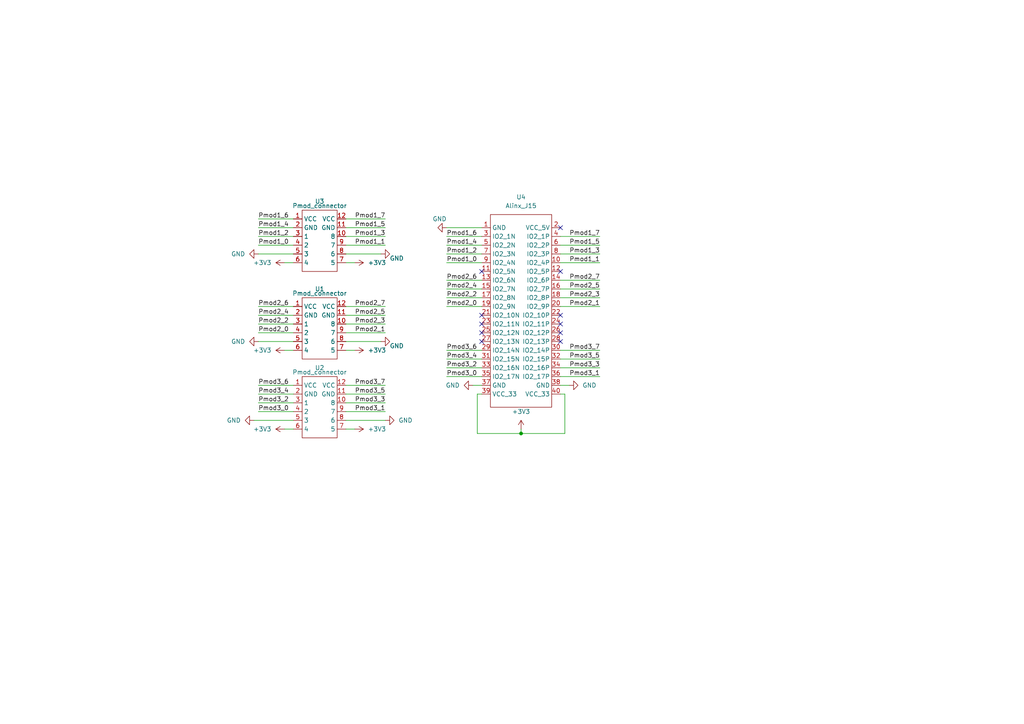
<source format=kicad_sch>
(kicad_sch (version 20211123) (generator eeschema)
  (paper "A4")
  (lib_symbols
    (symbol "Alinx:Alinx_J15"
      (property "Reference" "U" (at 1.27 -33.02 0))
      (property "Value" "Alinx_J15" (at -1.27 -35.56 0))
      (symbol "Alinx_J15_0_1"
        (rectangle (start -8.89 25.4) (end 8.89 -30.48))
      )
      (symbol "Alinx_J15_1_1"
        (pin power_in line (at -11.43 21.59 0) (length 2.54) (name "GND") (number "1"))
        (pin bidirectional line (at 11.43 11.43 180) (length 2.54) (name "IO2_4P") (number "10"))
        (pin bidirectional line (at -11.43 8.89 0) (length 2.54) (name "IO2_5N") (number "11"))
        (pin bidirectional line (at 11.43 8.89 180) (length 2.54) (name "IO2_5P") (number "12"))
        (pin bidirectional line (at -11.43 6.35 0) (length 2.54) (name "IO2_6N") (number "13"))
        (pin bidirectional line (at 11.43 6.35 180) (length 2.54) (name "IO2_6P") (number "14"))
        (pin bidirectional line (at -11.43 3.81 0) (length 2.54) (name "IO2_7N") (number "15"))
        (pin bidirectional line (at 11.43 3.81 180) (length 2.54) (name "IO2_7P") (number "16"))
        (pin bidirectional line (at -11.43 1.27 0) (length 2.54) (name "IO2_8N") (number "17"))
        (pin bidirectional line (at 11.43 1.27 180) (length 2.54) (name "IO2_8P") (number "18"))
        (pin bidirectional line (at -11.43 -1.27 0) (length 2.54) (name "IO2_9N") (number "19"))
        (pin power_in line (at 11.43 21.59 180) (length 2.54) (name "VCC_5V") (number "2"))
        (pin bidirectional line (at 11.43 -1.27 180) (length 2.54) (name "IO2_9P") (number "20"))
        (pin bidirectional line (at -11.43 -3.81 0) (length 2.54) (name "IO2_10N") (number "21"))
        (pin bidirectional line (at 11.43 -3.81 180) (length 2.54) (name "IO2_10P") (number "22"))
        (pin bidirectional line (at -11.43 -6.35 0) (length 2.54) (name "IO2_11N") (number "23"))
        (pin bidirectional line (at 11.43 -6.35 180) (length 2.54) (name "IO2_11P") (number "24"))
        (pin bidirectional line (at -11.43 -8.89 0) (length 2.54) (name "IO2_12N") (number "25"))
        (pin bidirectional line (at 11.43 -8.89 180) (length 2.54) (name "IO2_12P") (number "26"))
        (pin bidirectional line (at -11.43 -11.43 0) (length 2.54) (name "IO2_13N") (number "27"))
        (pin bidirectional line (at 11.43 -11.43 180) (length 2.54) (name "IO2_13P") (number "28"))
        (pin bidirectional line (at -11.43 -13.97 0) (length 2.54) (name "IO2_14N") (number "29"))
        (pin bidirectional line (at -11.43 19.05 0) (length 2.54) (name "IO2_1N") (number "3"))
        (pin bidirectional line (at 11.43 -13.97 180) (length 2.54) (name "IO2_14P") (number "30"))
        (pin bidirectional line (at -11.43 -16.51 0) (length 2.54) (name "IO2_15N") (number "31"))
        (pin bidirectional line (at 11.43 -16.51 180) (length 2.54) (name "IO2_15P") (number "32"))
        (pin bidirectional line (at -11.43 -19.05 0) (length 2.54) (name "IO2_16N") (number "33"))
        (pin bidirectional line (at 11.43 -19.05 180) (length 2.54) (name "IO2_16P") (number "34"))
        (pin bidirectional line (at -11.43 -21.59 0) (length 2.54) (name "IO2_17N") (number "35"))
        (pin bidirectional line (at 11.43 -21.59 180) (length 2.54) (name "IO2_17P") (number "36"))
        (pin power_in line (at -11.43 -24.13 0) (length 2.54) (name "GND") (number "37"))
        (pin power_in line (at 11.43 -24.13 180) (length 2.54) (name "GND") (number "38"))
        (pin power_in line (at -11.43 -26.67 0) (length 2.54) (name "VCC_33") (number "39"))
        (pin bidirectional line (at 11.43 19.05 180) (length 2.54) (name "IO2_1P") (number "4"))
        (pin power_in line (at 11.43 -26.67 180) (length 2.54) (name "VCC_33") (number "40"))
        (pin bidirectional line (at -11.43 16.51 0) (length 2.54) (name "IO2_2N") (number "5"))
        (pin bidirectional line (at 11.43 16.51 180) (length 2.54) (name "IO2_2P") (number "6"))
        (pin bidirectional line (at -11.43 13.97 0) (length 2.54) (name "IO2_3N") (number "7"))
        (pin bidirectional line (at 11.43 13.97 180) (length 2.54) (name "IO2_3P") (number "8"))
        (pin bidirectional line (at -11.43 11.43 0) (length 2.54) (name "IO2_4N") (number "9"))
      )
    )
    (symbol "Pmod:Pmod_connector"
      (property "Reference" "U" (at -5.08 13.97 0))
      (property "Value" "Pmod_connector" (at 0 -6.35 0))
      (symbol "Pmod_connector_0_1"
        (rectangle (start -5.08 12.7) (end 5.08 -5.08))
      )
      (symbol "Pmod_connector_1_1"
        (pin power_in line (at -7.62 10.16 0) (length 2.54) (name "VCC") (number "1"))
        (pin bidirectional line (at 7.62 5.08 180) (length 2.54) (name "8") (number "10"))
        (pin power_in line (at 7.62 7.62 180) (length 2.54) (name "GND") (number "11"))
        (pin power_in line (at 7.62 10.16 180) (length 2.54) (name "VCC") (number "12"))
        (pin power_in line (at -7.62 7.62 0) (length 2.54) (name "GND") (number "2"))
        (pin bidirectional line (at -7.62 5.08 0) (length 2.54) (name "1") (number "3"))
        (pin bidirectional line (at -7.62 2.54 0) (length 2.54) (name "2") (number "4"))
        (pin bidirectional line (at -7.62 0 0) (length 2.54) (name "3") (number "5"))
        (pin bidirectional line (at -7.62 -2.54 0) (length 2.54) (name "4") (number "6"))
        (pin bidirectional line (at 7.62 -2.54 180) (length 2.54) (name "5") (number "7"))
        (pin bidirectional line (at 7.62 0 180) (length 2.54) (name "6") (number "8"))
        (pin bidirectional line (at 7.62 2.54 180) (length 2.54) (name "7") (number "9"))
      )
    )
    (symbol "Pmod_connector_1"
      (property "Reference" "U" (at -5.08 13.97 0))
      (property "Value" "Pmod_connector_1" (at 0 -6.35 0))
      (symbol "Pmod_connector_1_0_1"
        (rectangle (start -5.08 12.7) (end 5.08 -5.08))
      )
      (symbol "Pmod_connector_1_1_1"
        (pin power_in line (at -7.62 10.16 0) (length 2.54) (name "VCC") (number "1"))
        (pin bidirectional line (at 7.62 5.08 180) (length 2.54) (name "8") (number "10"))
        (pin power_in line (at 7.62 7.62 180) (length 2.54) (name "GND") (number "11"))
        (pin power_in line (at 7.62 10.16 180) (length 2.54) (name "VCC") (number "12"))
        (pin power_in line (at -7.62 7.62 0) (length 2.54) (name "GND") (number "2"))
        (pin bidirectional line (at -7.62 5.08 0) (length 2.54) (name "1") (number "3"))
        (pin bidirectional line (at -7.62 2.54 0) (length 2.54) (name "2") (number "4"))
        (pin bidirectional line (at -7.62 0 0) (length 2.54) (name "3") (number "5"))
        (pin bidirectional line (at -7.62 -2.54 0) (length 2.54) (name "4") (number "6"))
        (pin bidirectional line (at 7.62 -2.54 180) (length 2.54) (name "5") (number "7"))
        (pin bidirectional line (at 7.62 0 180) (length 2.54) (name "6") (number "8"))
        (pin bidirectional line (at 7.62 2.54 180) (length 2.54) (name "7") (number "9"))
      )
    )
    (symbol "Pmod_connector_2"
      (property "Reference" "U" (at -5.08 13.97 0))
      (property "Value" "Pmod_connector_2" (at 0 -6.35 0))
      (symbol "Pmod_connector_2_0_1"
        (rectangle (start -5.08 12.7) (end 5.08 -5.08))
      )
      (symbol "Pmod_connector_2_1_1"
        (pin power_in line (at -7.62 10.16 0) (length 2.54) (name "VCC") (number "1"))
        (pin bidirectional line (at 7.62 5.08 180) (length 2.54) (name "8") (number "10"))
        (pin power_in line (at 7.62 7.62 180) (length 2.54) (name "GND") (number "11"))
        (pin power_in line (at 7.62 10.16 180) (length 2.54) (name "VCC") (number "12"))
        (pin power_in line (at -7.62 7.62 0) (length 2.54) (name "GND") (number "2"))
        (pin bidirectional line (at -7.62 5.08 0) (length 2.54) (name "1") (number "3"))
        (pin bidirectional line (at -7.62 2.54 0) (length 2.54) (name "2") (number "4"))
        (pin bidirectional line (at -7.62 0 0) (length 2.54) (name "3") (number "5"))
        (pin bidirectional line (at -7.62 -2.54 0) (length 2.54) (name "4") (number "6"))
        (pin bidirectional line (at 7.62 -2.54 180) (length 2.54) (name "5") (number "7"))
        (pin bidirectional line (at 7.62 0 180) (length 2.54) (name "6") (number "8"))
        (pin bidirectional line (at 7.62 2.54 180) (length 2.54) (name "7") (number "9"))
      )
    )
    (symbol "power:+3V3" (power) (pin_names (offset 0))
      (property "Value" "+3V3" (at 0 3.556 0))
      (symbol "+3V3_0_1"
        (polyline (pts (xy -0.762 1.27) (xy 0 2.54)))
        (polyline (pts (xy 0 0) (xy 0 2.54)))
        (polyline (pts (xy 0 2.54) (xy 0.762 1.27)))
      )
      (symbol "+3V3_1_1"
        (pin power_in line (at 0 0 90) (length 0) hide (name "+3V3") (number "1"))
      )
    )
    (symbol "power:GND" (power) (pin_names (offset 0))
      (property "Value" "GND" (at 0 -3.81 0))
      (symbol "GND_0_1"
        (polyline (pts (xy 0 0) (xy 0 -1.27) (xy 1.27 -1.27) (xy 0 -2.54) (xy -1.27 -1.27) (xy 0 -1.27)))
      )
      (symbol "GND_1_1"
        (pin power_in line (at 0 0 270) (length 0) hide (name "GND") (number "1"))
      )
    )
  )
  (junction (at 151.13 125.73))
  (no_connect (at 162.56 66.04))
  (no_connect (at 139.7 93.98))
  (no_connect (at 139.7 96.52))
  (no_connect (at 139.7 99.06))
  (no_connect (at 162.56 93.98))
  (no_connect (at 162.56 96.52))
  (no_connect (at 162.56 99.06))
  (no_connect (at 162.56 78.74))
  (no_connect (at 139.7 78.74))
  (no_connect (at 139.7 91.44))
  (no_connect (at 162.56 91.44))
  (wire (pts (xy 74.93 66.04) (xy 85.09 66.04)))
  (wire (pts (xy 100.33 121.92) (xy 111.76 121.92)))
  (wire (pts (xy 102.87 101.6) (xy 100.33 101.6)))
  (wire (pts (xy 74.93 68.58) (xy 85.09 68.58)))
  (wire (pts (xy 162.56 76.2) (xy 173.99 76.2)))
  (wire (pts (xy 162.56 88.9) (xy 173.99 88.9)))
  (wire (pts (xy 74.93 88.9) (xy 85.09 88.9)))
  (wire (pts (xy 129.54 73.66) (xy 139.7 73.66)))
  (wire (pts (xy 100.33 114.3) (xy 111.76 114.3)))
  (wire (pts (xy 74.93 116.84) (xy 85.09 116.84)))
  (wire (pts (xy 102.87 76.2) (xy 100.33 76.2)))
  (wire (pts (xy 138.43 125.73) (xy 151.13 125.73)))
  (wire (pts (xy 100.33 68.58) (xy 111.76 68.58)))
  (wire (pts (xy 163.83 125.73) (xy 163.83 114.3)))
  (wire (pts (xy 162.56 83.82) (xy 173.99 83.82)))
  (wire (pts (xy 162.56 73.66) (xy 173.99 73.66)))
  (wire (pts (xy 85.09 73.66) (xy 74.93 73.66)))
  (wire (pts (xy 129.54 81.28) (xy 139.7 81.28)))
  (wire (pts (xy 129.54 88.9) (xy 139.7 88.9)))
  (wire (pts (xy 129.54 68.58) (xy 139.7 68.58)))
  (wire (pts (xy 162.56 86.36) (xy 173.99 86.36)))
  (wire (pts (xy 82.55 76.2) (xy 85.09 76.2)))
  (wire (pts (xy 85.09 121.92) (xy 73.66 121.92)))
  (wire (pts (xy 129.54 109.22) (xy 139.7 109.22)))
  (wire (pts (xy 129.54 86.36) (xy 139.7 86.36)))
  (wire (pts (xy 162.56 68.58) (xy 173.99 68.58)))
  (wire (pts (xy 100.33 88.9) (xy 111.76 88.9)))
  (wire (pts (xy 74.93 96.52) (xy 85.09 96.52)))
  (wire (pts (xy 162.56 111.76) (xy 165.1 111.76)))
  (wire (pts (xy 100.33 119.38) (xy 111.76 119.38)))
  (wire (pts (xy 100.33 71.12) (xy 111.76 71.12)))
  (wire (pts (xy 138.43 114.3) (xy 138.43 125.73)))
  (wire (pts (xy 74.93 111.76) (xy 85.09 111.76)))
  (wire (pts (xy 100.33 99.06) (xy 110.49 99.06)))
  (wire (pts (xy 129.54 104.14) (xy 139.7 104.14)))
  (wire (pts (xy 74.93 91.44) (xy 85.09 91.44)))
  (wire (pts (xy 162.56 109.22) (xy 173.99 109.22)))
  (wire (pts (xy 82.55 101.6) (xy 85.09 101.6)))
  (wire (pts (xy 139.7 66.04) (xy 129.54 66.04)))
  (wire (pts (xy 162.56 81.28) (xy 173.99 81.28)))
  (wire (pts (xy 129.54 71.12) (xy 139.7 71.12)))
  (wire (pts (xy 162.56 71.12) (xy 173.99 71.12)))
  (wire (pts (xy 74.93 119.38) (xy 85.09 119.38)))
  (wire (pts (xy 100.33 116.84) (xy 111.76 116.84)))
  (wire (pts (xy 162.56 106.68) (xy 173.99 106.68)))
  (wire (pts (xy 138.43 114.3) (xy 139.7 114.3)))
  (wire (pts (xy 163.83 114.3) (xy 162.56 114.3)))
  (wire (pts (xy 74.93 93.98) (xy 85.09 93.98)))
  (wire (pts (xy 151.13 125.73) (xy 151.13 124.46)))
  (wire (pts (xy 74.93 63.5) (xy 85.09 63.5)))
  (wire (pts (xy 162.56 104.14) (xy 173.99 104.14)))
  (wire (pts (xy 82.55 124.46) (xy 85.09 124.46)))
  (wire (pts (xy 162.56 101.6) (xy 173.99 101.6)))
  (wire (pts (xy 129.54 76.2) (xy 139.7 76.2)))
  (wire (pts (xy 100.33 66.04) (xy 111.76 66.04)))
  (wire (pts (xy 100.33 96.52) (xy 111.76 96.52)))
  (wire (pts (xy 85.09 99.06) (xy 74.93 99.06)))
  (wire (pts (xy 129.54 83.82) (xy 139.7 83.82)))
  (wire (pts (xy 129.54 101.6) (xy 139.7 101.6)))
  (wire (pts (xy 102.87 124.46) (xy 100.33 124.46)))
  (wire (pts (xy 139.7 111.76) (xy 137.16 111.76)))
  (wire (pts (xy 100.33 91.44) (xy 111.76 91.44)))
  (wire (pts (xy 100.33 93.98) (xy 111.76 93.98)))
  (wire (pts (xy 74.93 114.3) (xy 85.09 114.3)))
  (wire (pts (xy 129.54 106.68) (xy 139.7 106.68)))
  (wire (pts (xy 100.33 73.66) (xy 110.49 73.66)))
  (wire (pts (xy 74.93 71.12) (xy 85.09 71.12)))
  (wire (pts (xy 151.13 125.73) (xy 163.83 125.73)))
  (wire (pts (xy 100.33 63.5) (xy 111.76 63.5)))
  (wire (pts (xy 100.33 111.76) (xy 111.76 111.76)))
  (label "Pmod2_5" (at 173.99 83.82 180))
  (label "Pmod1_1" (at 111.76 71.12 180))
  (label "Pmod2_2" (at 129.54 86.36 0))
  (label "Pmod2_7" (at 111.76 88.9 180))
  (label "Pmod3_6" (at 129.54 101.6 0))
  (label "Pmod3_0" (at 74.93 119.38 0))
  (label "Pmod1_4" (at 74.93 66.04 0))
  (label "Pmod1_6" (at 74.93 63.5 0))
  (label "Pmod1_5" (at 111.76 66.04 180))
  (label "Pmod1_0" (at 74.93 71.12 0))
  (label "Pmod1_7" (at 111.76 63.5 180))
  (label "Pmod2_0" (at 129.54 88.9 0))
  (label "Pmod1_2" (at 129.54 73.66 0))
  (label "Pmod1_7" (at 173.99 68.58 180))
  (label "Pmod3_4" (at 74.93 114.3 0))
  (label "Pmod3_3" (at 111.76 116.84 180))
  (label "Pmod2_4" (at 129.54 83.82 0))
  (label "Pmod3_5" (at 173.99 104.14 180))
  (label "Pmod1_4" (at 129.54 71.12 0))
  (label "Pmod1_2" (at 74.93 68.58 0))
  (label "Pmod3_3" (at 173.99 106.68 180))
  (label "Pmod3_6" (at 74.93 111.76 0))
  (label "Pmod3_5" (at 111.76 114.3 180))
  (label "Pmod2_2" (at 74.93 93.98 0))
  (label "Pmod2_4" (at 74.93 91.44 0))
  (label "Pmod2_6" (at 129.54 81.28 0))
  (label "Pmod1_6" (at 129.54 68.58 0))
  (label "Pmod3_2" (at 129.54 106.68 0))
  (label "Pmod2_7" (at 173.99 81.28 180))
  (label "Pmod3_7" (at 111.76 111.76 180))
  (label "Pmod3_1" (at 173.99 109.22 180))
  (label "Pmod2_3" (at 173.99 86.36 180))
  (label "Pmod1_3" (at 173.99 73.66 180))
  (label "Pmod2_1" (at 173.99 88.9 180))
  (label "Pmod3_7" (at 173.99 101.6 180))
  (label "Pmod2_6" (at 74.93 88.9 0))
  (label "Pmod1_3" (at 111.76 68.58 180))
  (label "Pmod2_1" (at 111.76 96.52 180))
  (label "Pmod1_0" (at 129.54 76.2 0))
  (label "Pmod3_0" (at 129.54 109.22 0))
  (label "Pmod3_1" (at 111.76 119.38 180))
  (label "Pmod1_1" (at 173.99 76.2 180))
  (label "Pmod3_4" (at 129.54 104.14 0))
  (label "Pmod3_2" (at 74.93 116.84 0))
  (label "Pmod2_0" (at 74.93 96.52 0))
  (label "Pmod2_5" (at 111.76 91.44 180))
  (label "Pmod2_3" (at 111.76 93.98 180))
  (label "Pmod1_5" (at 173.99 71.12 180))
  (symbol (lib_id "power:+3V3") (at 102.87 101.6 270) (unit 1)
    (property "Reference" "#PWR0113" (effects hide))
    (property "Value" "+3V3" (at 106.68 101.6001 90) (effects (justify left)))
  )
  (symbol (lib_name "Pmod_connector_1") (lib_id "Pmod:Pmod_connector") (at 92.71 99.06 0) (unit 1)
    (property "Reference" "U1" (at 92.71 83.82 0))
    (property "Value" "Pmod_connector" (at 92.71 59.69 0))
    (property "Footprint" "Pmod:DIP-12_100" (effects hide))
  )
  (symbol (lib_id "power:GND") (at 137.16 111.76 270) (mirror x) (unit 1)
    (property "Reference" "#PWR0105" (effects hide))
    (property "Value" "GND" (at 133.35 111.7599 90) (effects (justify right)))
  )
  (symbol (lib_id "power:GND") (at 165.1 111.76 90) (unit 1)
    (property "Reference" "#PWR0103" (effects hide))
    (property "Value" "GND" (at 168.91 111.7599 90) (effects (justify right)))
  )
  (symbol (lib_id "power:GND") (at 110.49 99.06 90) (mirror x) (unit 1)
    (property "Reference" "#PWR0108" (effects hide))
    (property "Value" "GND" (at 113.03 100.33 90) (effects (justify right)))
  )
  (symbol (lib_id "power:+3V3") (at 82.55 124.46 90) (mirror x) (unit 1)
    (property "Reference" "#PWR0109" (effects hide))
    (property "Value" "+3V3" (at 78.74 124.4601 90) (effects (justify left)))
  )
  (symbol (lib_id "power:GND") (at 74.93 73.66 270) (unit 1)
    (property "Reference" "#PWR0111" (effects hide))
    (property "Value" "GND" (at 71.12 73.6601 90) (effects (justify right)))
  )
  (symbol (lib_id "power:+3V3") (at 82.55 76.2 90) (mirror x) (unit 1)
    (property "Reference" "#PWR0101" (effects hide))
    (property "Value" "+3V3" (at 78.74 76.2001 90) (effects (justify left)))
  )
  (symbol (lib_id "power:+3V3") (at 151.13 124.46 0) (unit 1)
    (property "Reference" "#PWR0104" (effects hide))
    (property "Value" "+3V3" (at 151.13 119.38 0))
  )
  (symbol (lib_id "power:+3V3") (at 102.87 124.46 270) (unit 1)
    (property "Reference" "#PWR0115" (effects hide))
    (property "Value" "+3V3" (at 106.68 124.4601 90) (effects (justify left)))
  )
  (symbol (lib_id "power:+3V3") (at 82.55 101.6 90) (mirror x) (unit 1)
    (property "Reference" "#PWR0102" (effects hide))
    (property "Value" "+3V3" (at 78.74 101.6001 90) (effects (justify left)))
  )
  (symbol (lib_id "Pmod:Pmod_connector") (at 92.71 121.92 0) (unit 1)
    (property "Reference" "U2" (at 92.71 106.68 0))
    (property "Value" "Pmod_connector" (at 92.71 107.95 0))
    (property "Footprint" "Pmod:DIP-12_100" (effects hide))
  )
  (symbol (lib_id "power:GND") (at 110.49 73.66 90) (unit 1)
    (property "Reference" "#PWR0107" (effects hide))
    (property "Value" "GND" (at 113.03 74.93 90) (effects (justify right)))
  )
  (symbol (lib_id "power:GND") (at 74.93 99.06 270) (unit 1)
    (property "Reference" "#PWR0114" (effects hide))
    (property "Value" "GND" (at 71.12 99.0601 90) (effects (justify right)))
  )
  (symbol (lib_name "Pmod_connector_2") (lib_id "Pmod:Pmod_connector") (at 92.71 73.66 0) (unit 1)
    (property "Reference" "U3" (at 92.71 58.42 0))
    (property "Value" "Pmod_connector" (at 92.71 85.09 0))
    (property "Footprint" "Pmod:DIP-12_100" (effects hide))
  )
  (symbol (lib_id "power:+3V3") (at 102.87 76.2 270) (mirror x) (unit 1)
    (property "Reference" "#PWR0112" (effects hide))
    (property "Value" "+3V3" (at 106.68 76.1999 90) (effects (justify left)))
  )
  (symbol (lib_id "power:GND") (at 129.54 66.04 270) (unit 1)
    (property "Reference" "#PWR0106" (effects hide))
    (property "Value" "GND" (at 129.54 63.5 90) (effects (justify right)))
  )
  (symbol (lib_id "power:GND") (at 111.76 121.92 90) (mirror x) (unit 1)
    (property "Reference" "#PWR0110" (effects hide))
    (property "Value" "GND" (at 115.57 121.9201 90) (effects (justify right)))
  )
  (symbol (lib_id "Alinx:Alinx_J15") (at 151.13 87.63 0) (unit 1)
    (property "Reference" "U4" (at 151.13 57.15 0))
    (property "Value" "Alinx_J15" (at 151.13 59.69 0))
    (property "Footprint" "Alinx:DIP-40_100" (effects hide))
  )
  (symbol (lib_id "power:GND") (at 73.66 121.92 270) (unit 1)
    (property "Reference" "#PWR0116" (effects hide))
    (property "Value" "GND" (at 69.85 121.9201 90) (effects (justify right)))
  )
)
</source>
